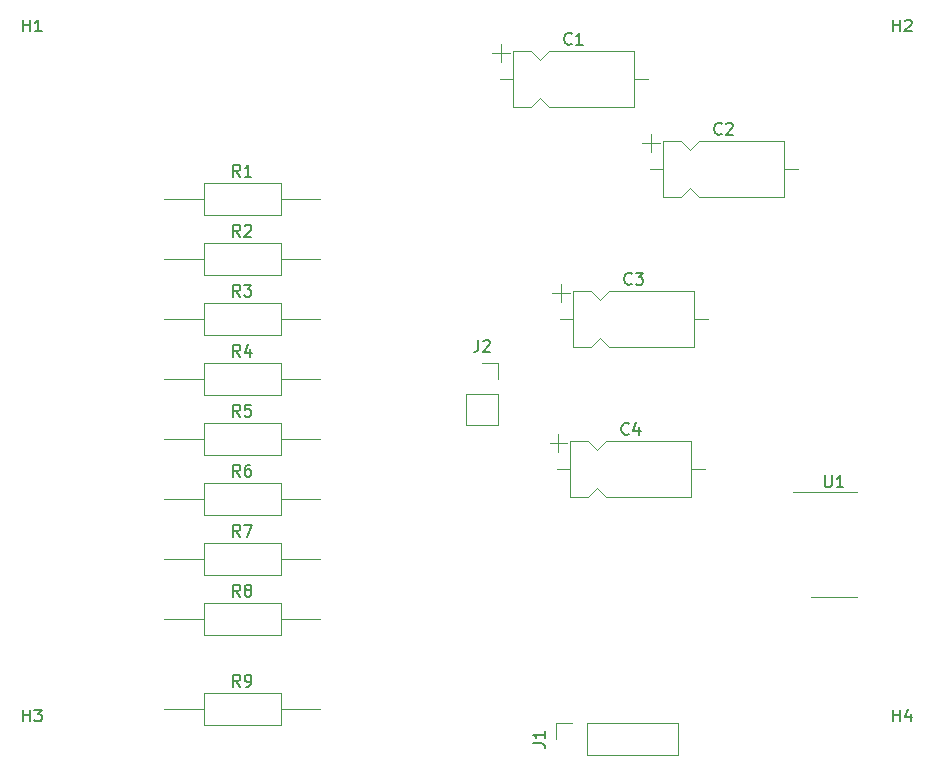
<source format=gbr>
%TF.GenerationSoftware,KiCad,Pcbnew,7.0.6*%
%TF.CreationDate,2023-07-25T19:52:03+05:30*%
%TF.ProjectId,class1_assignment,636c6173-7331-45f6-9173-7369676e6d65,rev?*%
%TF.SameCoordinates,Original*%
%TF.FileFunction,Legend,Top*%
%TF.FilePolarity,Positive*%
%FSLAX46Y46*%
G04 Gerber Fmt 4.6, Leading zero omitted, Abs format (unit mm)*
G04 Created by KiCad (PCBNEW 7.0.6) date 2023-07-25 19:52:03*
%MOMM*%
%LPD*%
G01*
G04 APERTURE LIST*
%ADD10C,0.150000*%
%ADD11C,0.120000*%
G04 APERTURE END LIST*
D10*
X176328095Y-107204819D02*
X176328095Y-108014342D01*
X176328095Y-108014342D02*
X176375714Y-108109580D01*
X176375714Y-108109580D02*
X176423333Y-108157200D01*
X176423333Y-108157200D02*
X176518571Y-108204819D01*
X176518571Y-108204819D02*
X176709047Y-108204819D01*
X176709047Y-108204819D02*
X176804285Y-108157200D01*
X176804285Y-108157200D02*
X176851904Y-108109580D01*
X176851904Y-108109580D02*
X176899523Y-108014342D01*
X176899523Y-108014342D02*
X176899523Y-107204819D01*
X177899523Y-108204819D02*
X177328095Y-108204819D01*
X177613809Y-108204819D02*
X177613809Y-107204819D01*
X177613809Y-107204819D02*
X177518571Y-107347676D01*
X177518571Y-107347676D02*
X177423333Y-107442914D01*
X177423333Y-107442914D02*
X177328095Y-107490533D01*
X146986666Y-95744819D02*
X146986666Y-96459104D01*
X146986666Y-96459104D02*
X146939047Y-96601961D01*
X146939047Y-96601961D02*
X146843809Y-96697200D01*
X146843809Y-96697200D02*
X146700952Y-96744819D01*
X146700952Y-96744819D02*
X146605714Y-96744819D01*
X147415238Y-95840057D02*
X147462857Y-95792438D01*
X147462857Y-95792438D02*
X147558095Y-95744819D01*
X147558095Y-95744819D02*
X147796190Y-95744819D01*
X147796190Y-95744819D02*
X147891428Y-95792438D01*
X147891428Y-95792438D02*
X147939047Y-95840057D01*
X147939047Y-95840057D02*
X147986666Y-95935295D01*
X147986666Y-95935295D02*
X147986666Y-96030533D01*
X147986666Y-96030533D02*
X147939047Y-96173390D01*
X147939047Y-96173390D02*
X147367619Y-96744819D01*
X147367619Y-96744819D02*
X147986666Y-96744819D01*
X126833333Y-125084819D02*
X126500000Y-124608628D01*
X126261905Y-125084819D02*
X126261905Y-124084819D01*
X126261905Y-124084819D02*
X126642857Y-124084819D01*
X126642857Y-124084819D02*
X126738095Y-124132438D01*
X126738095Y-124132438D02*
X126785714Y-124180057D01*
X126785714Y-124180057D02*
X126833333Y-124275295D01*
X126833333Y-124275295D02*
X126833333Y-124418152D01*
X126833333Y-124418152D02*
X126785714Y-124513390D01*
X126785714Y-124513390D02*
X126738095Y-124561009D01*
X126738095Y-124561009D02*
X126642857Y-124608628D01*
X126642857Y-124608628D02*
X126261905Y-124608628D01*
X127309524Y-125084819D02*
X127500000Y-125084819D01*
X127500000Y-125084819D02*
X127595238Y-125037200D01*
X127595238Y-125037200D02*
X127642857Y-124989580D01*
X127642857Y-124989580D02*
X127738095Y-124846723D01*
X127738095Y-124846723D02*
X127785714Y-124656247D01*
X127785714Y-124656247D02*
X127785714Y-124275295D01*
X127785714Y-124275295D02*
X127738095Y-124180057D01*
X127738095Y-124180057D02*
X127690476Y-124132438D01*
X127690476Y-124132438D02*
X127595238Y-124084819D01*
X127595238Y-124084819D02*
X127404762Y-124084819D01*
X127404762Y-124084819D02*
X127309524Y-124132438D01*
X127309524Y-124132438D02*
X127261905Y-124180057D01*
X127261905Y-124180057D02*
X127214286Y-124275295D01*
X127214286Y-124275295D02*
X127214286Y-124513390D01*
X127214286Y-124513390D02*
X127261905Y-124608628D01*
X127261905Y-124608628D02*
X127309524Y-124656247D01*
X127309524Y-124656247D02*
X127404762Y-124703866D01*
X127404762Y-124703866D02*
X127595238Y-124703866D01*
X127595238Y-124703866D02*
X127690476Y-124656247D01*
X127690476Y-124656247D02*
X127738095Y-124608628D01*
X127738095Y-124608628D02*
X127785714Y-124513390D01*
X126833333Y-117464819D02*
X126500000Y-116988628D01*
X126261905Y-117464819D02*
X126261905Y-116464819D01*
X126261905Y-116464819D02*
X126642857Y-116464819D01*
X126642857Y-116464819D02*
X126738095Y-116512438D01*
X126738095Y-116512438D02*
X126785714Y-116560057D01*
X126785714Y-116560057D02*
X126833333Y-116655295D01*
X126833333Y-116655295D02*
X126833333Y-116798152D01*
X126833333Y-116798152D02*
X126785714Y-116893390D01*
X126785714Y-116893390D02*
X126738095Y-116941009D01*
X126738095Y-116941009D02*
X126642857Y-116988628D01*
X126642857Y-116988628D02*
X126261905Y-116988628D01*
X127404762Y-116893390D02*
X127309524Y-116845771D01*
X127309524Y-116845771D02*
X127261905Y-116798152D01*
X127261905Y-116798152D02*
X127214286Y-116702914D01*
X127214286Y-116702914D02*
X127214286Y-116655295D01*
X127214286Y-116655295D02*
X127261905Y-116560057D01*
X127261905Y-116560057D02*
X127309524Y-116512438D01*
X127309524Y-116512438D02*
X127404762Y-116464819D01*
X127404762Y-116464819D02*
X127595238Y-116464819D01*
X127595238Y-116464819D02*
X127690476Y-116512438D01*
X127690476Y-116512438D02*
X127738095Y-116560057D01*
X127738095Y-116560057D02*
X127785714Y-116655295D01*
X127785714Y-116655295D02*
X127785714Y-116702914D01*
X127785714Y-116702914D02*
X127738095Y-116798152D01*
X127738095Y-116798152D02*
X127690476Y-116845771D01*
X127690476Y-116845771D02*
X127595238Y-116893390D01*
X127595238Y-116893390D02*
X127404762Y-116893390D01*
X127404762Y-116893390D02*
X127309524Y-116941009D01*
X127309524Y-116941009D02*
X127261905Y-116988628D01*
X127261905Y-116988628D02*
X127214286Y-117083866D01*
X127214286Y-117083866D02*
X127214286Y-117274342D01*
X127214286Y-117274342D02*
X127261905Y-117369580D01*
X127261905Y-117369580D02*
X127309524Y-117417200D01*
X127309524Y-117417200D02*
X127404762Y-117464819D01*
X127404762Y-117464819D02*
X127595238Y-117464819D01*
X127595238Y-117464819D02*
X127690476Y-117417200D01*
X127690476Y-117417200D02*
X127738095Y-117369580D01*
X127738095Y-117369580D02*
X127785714Y-117274342D01*
X127785714Y-117274342D02*
X127785714Y-117083866D01*
X127785714Y-117083866D02*
X127738095Y-116988628D01*
X127738095Y-116988628D02*
X127690476Y-116941009D01*
X127690476Y-116941009D02*
X127595238Y-116893390D01*
X126833333Y-107304819D02*
X126500000Y-106828628D01*
X126261905Y-107304819D02*
X126261905Y-106304819D01*
X126261905Y-106304819D02*
X126642857Y-106304819D01*
X126642857Y-106304819D02*
X126738095Y-106352438D01*
X126738095Y-106352438D02*
X126785714Y-106400057D01*
X126785714Y-106400057D02*
X126833333Y-106495295D01*
X126833333Y-106495295D02*
X126833333Y-106638152D01*
X126833333Y-106638152D02*
X126785714Y-106733390D01*
X126785714Y-106733390D02*
X126738095Y-106781009D01*
X126738095Y-106781009D02*
X126642857Y-106828628D01*
X126642857Y-106828628D02*
X126261905Y-106828628D01*
X127690476Y-106304819D02*
X127500000Y-106304819D01*
X127500000Y-106304819D02*
X127404762Y-106352438D01*
X127404762Y-106352438D02*
X127357143Y-106400057D01*
X127357143Y-106400057D02*
X127261905Y-106542914D01*
X127261905Y-106542914D02*
X127214286Y-106733390D01*
X127214286Y-106733390D02*
X127214286Y-107114342D01*
X127214286Y-107114342D02*
X127261905Y-107209580D01*
X127261905Y-107209580D02*
X127309524Y-107257200D01*
X127309524Y-107257200D02*
X127404762Y-107304819D01*
X127404762Y-107304819D02*
X127595238Y-107304819D01*
X127595238Y-107304819D02*
X127690476Y-107257200D01*
X127690476Y-107257200D02*
X127738095Y-107209580D01*
X127738095Y-107209580D02*
X127785714Y-107114342D01*
X127785714Y-107114342D02*
X127785714Y-106876247D01*
X127785714Y-106876247D02*
X127738095Y-106781009D01*
X127738095Y-106781009D02*
X127690476Y-106733390D01*
X127690476Y-106733390D02*
X127595238Y-106685771D01*
X127595238Y-106685771D02*
X127404762Y-106685771D01*
X127404762Y-106685771D02*
X127309524Y-106733390D01*
X127309524Y-106733390D02*
X127261905Y-106781009D01*
X127261905Y-106781009D02*
X127214286Y-106876247D01*
X126833333Y-97144819D02*
X126500000Y-96668628D01*
X126261905Y-97144819D02*
X126261905Y-96144819D01*
X126261905Y-96144819D02*
X126642857Y-96144819D01*
X126642857Y-96144819D02*
X126738095Y-96192438D01*
X126738095Y-96192438D02*
X126785714Y-96240057D01*
X126785714Y-96240057D02*
X126833333Y-96335295D01*
X126833333Y-96335295D02*
X126833333Y-96478152D01*
X126833333Y-96478152D02*
X126785714Y-96573390D01*
X126785714Y-96573390D02*
X126738095Y-96621009D01*
X126738095Y-96621009D02*
X126642857Y-96668628D01*
X126642857Y-96668628D02*
X126261905Y-96668628D01*
X127690476Y-96478152D02*
X127690476Y-97144819D01*
X127452381Y-96097200D02*
X127214286Y-96811485D01*
X127214286Y-96811485D02*
X127833333Y-96811485D01*
X108458095Y-128034819D02*
X108458095Y-127034819D01*
X108458095Y-127511009D02*
X109029523Y-127511009D01*
X109029523Y-128034819D02*
X109029523Y-127034819D01*
X109410476Y-127034819D02*
X110029523Y-127034819D01*
X110029523Y-127034819D02*
X109696190Y-127415771D01*
X109696190Y-127415771D02*
X109839047Y-127415771D01*
X109839047Y-127415771D02*
X109934285Y-127463390D01*
X109934285Y-127463390D02*
X109981904Y-127511009D01*
X109981904Y-127511009D02*
X110029523Y-127606247D01*
X110029523Y-127606247D02*
X110029523Y-127844342D01*
X110029523Y-127844342D02*
X109981904Y-127939580D01*
X109981904Y-127939580D02*
X109934285Y-127987200D01*
X109934285Y-127987200D02*
X109839047Y-128034819D01*
X109839047Y-128034819D02*
X109553333Y-128034819D01*
X109553333Y-128034819D02*
X109458095Y-127987200D01*
X109458095Y-127987200D02*
X109410476Y-127939580D01*
X126833333Y-92064819D02*
X126500000Y-91588628D01*
X126261905Y-92064819D02*
X126261905Y-91064819D01*
X126261905Y-91064819D02*
X126642857Y-91064819D01*
X126642857Y-91064819D02*
X126738095Y-91112438D01*
X126738095Y-91112438D02*
X126785714Y-91160057D01*
X126785714Y-91160057D02*
X126833333Y-91255295D01*
X126833333Y-91255295D02*
X126833333Y-91398152D01*
X126833333Y-91398152D02*
X126785714Y-91493390D01*
X126785714Y-91493390D02*
X126738095Y-91541009D01*
X126738095Y-91541009D02*
X126642857Y-91588628D01*
X126642857Y-91588628D02*
X126261905Y-91588628D01*
X127166667Y-91064819D02*
X127785714Y-91064819D01*
X127785714Y-91064819D02*
X127452381Y-91445771D01*
X127452381Y-91445771D02*
X127595238Y-91445771D01*
X127595238Y-91445771D02*
X127690476Y-91493390D01*
X127690476Y-91493390D02*
X127738095Y-91541009D01*
X127738095Y-91541009D02*
X127785714Y-91636247D01*
X127785714Y-91636247D02*
X127785714Y-91874342D01*
X127785714Y-91874342D02*
X127738095Y-91969580D01*
X127738095Y-91969580D02*
X127690476Y-92017200D01*
X127690476Y-92017200D02*
X127595238Y-92064819D01*
X127595238Y-92064819D02*
X127309524Y-92064819D01*
X127309524Y-92064819D02*
X127214286Y-92017200D01*
X127214286Y-92017200D02*
X127166667Y-91969580D01*
X126833333Y-102224819D02*
X126500000Y-101748628D01*
X126261905Y-102224819D02*
X126261905Y-101224819D01*
X126261905Y-101224819D02*
X126642857Y-101224819D01*
X126642857Y-101224819D02*
X126738095Y-101272438D01*
X126738095Y-101272438D02*
X126785714Y-101320057D01*
X126785714Y-101320057D02*
X126833333Y-101415295D01*
X126833333Y-101415295D02*
X126833333Y-101558152D01*
X126833333Y-101558152D02*
X126785714Y-101653390D01*
X126785714Y-101653390D02*
X126738095Y-101701009D01*
X126738095Y-101701009D02*
X126642857Y-101748628D01*
X126642857Y-101748628D02*
X126261905Y-101748628D01*
X127738095Y-101224819D02*
X127261905Y-101224819D01*
X127261905Y-101224819D02*
X127214286Y-101701009D01*
X127214286Y-101701009D02*
X127261905Y-101653390D01*
X127261905Y-101653390D02*
X127357143Y-101605771D01*
X127357143Y-101605771D02*
X127595238Y-101605771D01*
X127595238Y-101605771D02*
X127690476Y-101653390D01*
X127690476Y-101653390D02*
X127738095Y-101701009D01*
X127738095Y-101701009D02*
X127785714Y-101796247D01*
X127785714Y-101796247D02*
X127785714Y-102034342D01*
X127785714Y-102034342D02*
X127738095Y-102129580D01*
X127738095Y-102129580D02*
X127690476Y-102177200D01*
X127690476Y-102177200D02*
X127595238Y-102224819D01*
X127595238Y-102224819D02*
X127357143Y-102224819D01*
X127357143Y-102224819D02*
X127261905Y-102177200D01*
X127261905Y-102177200D02*
X127214286Y-102129580D01*
X126833333Y-112384819D02*
X126500000Y-111908628D01*
X126261905Y-112384819D02*
X126261905Y-111384819D01*
X126261905Y-111384819D02*
X126642857Y-111384819D01*
X126642857Y-111384819D02*
X126738095Y-111432438D01*
X126738095Y-111432438D02*
X126785714Y-111480057D01*
X126785714Y-111480057D02*
X126833333Y-111575295D01*
X126833333Y-111575295D02*
X126833333Y-111718152D01*
X126833333Y-111718152D02*
X126785714Y-111813390D01*
X126785714Y-111813390D02*
X126738095Y-111861009D01*
X126738095Y-111861009D02*
X126642857Y-111908628D01*
X126642857Y-111908628D02*
X126261905Y-111908628D01*
X127166667Y-111384819D02*
X127833333Y-111384819D01*
X127833333Y-111384819D02*
X127404762Y-112384819D01*
X108458095Y-69614819D02*
X108458095Y-68614819D01*
X108458095Y-69091009D02*
X109029523Y-69091009D01*
X109029523Y-69614819D02*
X109029523Y-68614819D01*
X110029523Y-69614819D02*
X109458095Y-69614819D01*
X109743809Y-69614819D02*
X109743809Y-68614819D01*
X109743809Y-68614819D02*
X109648571Y-68757676D01*
X109648571Y-68757676D02*
X109553333Y-68852914D01*
X109553333Y-68852914D02*
X109458095Y-68900533D01*
X126833333Y-86984819D02*
X126500000Y-86508628D01*
X126261905Y-86984819D02*
X126261905Y-85984819D01*
X126261905Y-85984819D02*
X126642857Y-85984819D01*
X126642857Y-85984819D02*
X126738095Y-86032438D01*
X126738095Y-86032438D02*
X126785714Y-86080057D01*
X126785714Y-86080057D02*
X126833333Y-86175295D01*
X126833333Y-86175295D02*
X126833333Y-86318152D01*
X126833333Y-86318152D02*
X126785714Y-86413390D01*
X126785714Y-86413390D02*
X126738095Y-86461009D01*
X126738095Y-86461009D02*
X126642857Y-86508628D01*
X126642857Y-86508628D02*
X126261905Y-86508628D01*
X127214286Y-86080057D02*
X127261905Y-86032438D01*
X127261905Y-86032438D02*
X127357143Y-85984819D01*
X127357143Y-85984819D02*
X127595238Y-85984819D01*
X127595238Y-85984819D02*
X127690476Y-86032438D01*
X127690476Y-86032438D02*
X127738095Y-86080057D01*
X127738095Y-86080057D02*
X127785714Y-86175295D01*
X127785714Y-86175295D02*
X127785714Y-86270533D01*
X127785714Y-86270533D02*
X127738095Y-86413390D01*
X127738095Y-86413390D02*
X127166667Y-86984819D01*
X127166667Y-86984819D02*
X127785714Y-86984819D01*
X159733333Y-103669580D02*
X159685714Y-103717200D01*
X159685714Y-103717200D02*
X159542857Y-103764819D01*
X159542857Y-103764819D02*
X159447619Y-103764819D01*
X159447619Y-103764819D02*
X159304762Y-103717200D01*
X159304762Y-103717200D02*
X159209524Y-103621961D01*
X159209524Y-103621961D02*
X159161905Y-103526723D01*
X159161905Y-103526723D02*
X159114286Y-103336247D01*
X159114286Y-103336247D02*
X159114286Y-103193390D01*
X159114286Y-103193390D02*
X159161905Y-103002914D01*
X159161905Y-103002914D02*
X159209524Y-102907676D01*
X159209524Y-102907676D02*
X159304762Y-102812438D01*
X159304762Y-102812438D02*
X159447619Y-102764819D01*
X159447619Y-102764819D02*
X159542857Y-102764819D01*
X159542857Y-102764819D02*
X159685714Y-102812438D01*
X159685714Y-102812438D02*
X159733333Y-102860057D01*
X160590476Y-103098152D02*
X160590476Y-103764819D01*
X160352381Y-102717200D02*
X160114286Y-103431485D01*
X160114286Y-103431485D02*
X160733333Y-103431485D01*
X154893333Y-70649580D02*
X154845714Y-70697200D01*
X154845714Y-70697200D02*
X154702857Y-70744819D01*
X154702857Y-70744819D02*
X154607619Y-70744819D01*
X154607619Y-70744819D02*
X154464762Y-70697200D01*
X154464762Y-70697200D02*
X154369524Y-70601961D01*
X154369524Y-70601961D02*
X154321905Y-70506723D01*
X154321905Y-70506723D02*
X154274286Y-70316247D01*
X154274286Y-70316247D02*
X154274286Y-70173390D01*
X154274286Y-70173390D02*
X154321905Y-69982914D01*
X154321905Y-69982914D02*
X154369524Y-69887676D01*
X154369524Y-69887676D02*
X154464762Y-69792438D01*
X154464762Y-69792438D02*
X154607619Y-69744819D01*
X154607619Y-69744819D02*
X154702857Y-69744819D01*
X154702857Y-69744819D02*
X154845714Y-69792438D01*
X154845714Y-69792438D02*
X154893333Y-69840057D01*
X155845714Y-70744819D02*
X155274286Y-70744819D01*
X155560000Y-70744819D02*
X155560000Y-69744819D01*
X155560000Y-69744819D02*
X155464762Y-69887676D01*
X155464762Y-69887676D02*
X155369524Y-69982914D01*
X155369524Y-69982914D02*
X155274286Y-70030533D01*
X159973333Y-90969580D02*
X159925714Y-91017200D01*
X159925714Y-91017200D02*
X159782857Y-91064819D01*
X159782857Y-91064819D02*
X159687619Y-91064819D01*
X159687619Y-91064819D02*
X159544762Y-91017200D01*
X159544762Y-91017200D02*
X159449524Y-90921961D01*
X159449524Y-90921961D02*
X159401905Y-90826723D01*
X159401905Y-90826723D02*
X159354286Y-90636247D01*
X159354286Y-90636247D02*
X159354286Y-90493390D01*
X159354286Y-90493390D02*
X159401905Y-90302914D01*
X159401905Y-90302914D02*
X159449524Y-90207676D01*
X159449524Y-90207676D02*
X159544762Y-90112438D01*
X159544762Y-90112438D02*
X159687619Y-90064819D01*
X159687619Y-90064819D02*
X159782857Y-90064819D01*
X159782857Y-90064819D02*
X159925714Y-90112438D01*
X159925714Y-90112438D02*
X159973333Y-90160057D01*
X160306667Y-90064819D02*
X160925714Y-90064819D01*
X160925714Y-90064819D02*
X160592381Y-90445771D01*
X160592381Y-90445771D02*
X160735238Y-90445771D01*
X160735238Y-90445771D02*
X160830476Y-90493390D01*
X160830476Y-90493390D02*
X160878095Y-90541009D01*
X160878095Y-90541009D02*
X160925714Y-90636247D01*
X160925714Y-90636247D02*
X160925714Y-90874342D01*
X160925714Y-90874342D02*
X160878095Y-90969580D01*
X160878095Y-90969580D02*
X160830476Y-91017200D01*
X160830476Y-91017200D02*
X160735238Y-91064819D01*
X160735238Y-91064819D02*
X160449524Y-91064819D01*
X160449524Y-91064819D02*
X160354286Y-91017200D01*
X160354286Y-91017200D02*
X160306667Y-90969580D01*
X167593333Y-78269580D02*
X167545714Y-78317200D01*
X167545714Y-78317200D02*
X167402857Y-78364819D01*
X167402857Y-78364819D02*
X167307619Y-78364819D01*
X167307619Y-78364819D02*
X167164762Y-78317200D01*
X167164762Y-78317200D02*
X167069524Y-78221961D01*
X167069524Y-78221961D02*
X167021905Y-78126723D01*
X167021905Y-78126723D02*
X166974286Y-77936247D01*
X166974286Y-77936247D02*
X166974286Y-77793390D01*
X166974286Y-77793390D02*
X167021905Y-77602914D01*
X167021905Y-77602914D02*
X167069524Y-77507676D01*
X167069524Y-77507676D02*
X167164762Y-77412438D01*
X167164762Y-77412438D02*
X167307619Y-77364819D01*
X167307619Y-77364819D02*
X167402857Y-77364819D01*
X167402857Y-77364819D02*
X167545714Y-77412438D01*
X167545714Y-77412438D02*
X167593333Y-77460057D01*
X167974286Y-77460057D02*
X168021905Y-77412438D01*
X168021905Y-77412438D02*
X168117143Y-77364819D01*
X168117143Y-77364819D02*
X168355238Y-77364819D01*
X168355238Y-77364819D02*
X168450476Y-77412438D01*
X168450476Y-77412438D02*
X168498095Y-77460057D01*
X168498095Y-77460057D02*
X168545714Y-77555295D01*
X168545714Y-77555295D02*
X168545714Y-77650533D01*
X168545714Y-77650533D02*
X168498095Y-77793390D01*
X168498095Y-77793390D02*
X167926667Y-78364819D01*
X167926667Y-78364819D02*
X168545714Y-78364819D01*
X151624819Y-129873333D02*
X152339104Y-129873333D01*
X152339104Y-129873333D02*
X152481961Y-129920952D01*
X152481961Y-129920952D02*
X152577200Y-130016190D01*
X152577200Y-130016190D02*
X152624819Y-130159047D01*
X152624819Y-130159047D02*
X152624819Y-130254285D01*
X152624819Y-128873333D02*
X152624819Y-129444761D01*
X152624819Y-129159047D02*
X151624819Y-129159047D01*
X151624819Y-129159047D02*
X151767676Y-129254285D01*
X151767676Y-129254285D02*
X151862914Y-129349523D01*
X151862914Y-129349523D02*
X151910533Y-129444761D01*
X126833333Y-81904819D02*
X126500000Y-81428628D01*
X126261905Y-81904819D02*
X126261905Y-80904819D01*
X126261905Y-80904819D02*
X126642857Y-80904819D01*
X126642857Y-80904819D02*
X126738095Y-80952438D01*
X126738095Y-80952438D02*
X126785714Y-81000057D01*
X126785714Y-81000057D02*
X126833333Y-81095295D01*
X126833333Y-81095295D02*
X126833333Y-81238152D01*
X126833333Y-81238152D02*
X126785714Y-81333390D01*
X126785714Y-81333390D02*
X126738095Y-81381009D01*
X126738095Y-81381009D02*
X126642857Y-81428628D01*
X126642857Y-81428628D02*
X126261905Y-81428628D01*
X127785714Y-81904819D02*
X127214286Y-81904819D01*
X127500000Y-81904819D02*
X127500000Y-80904819D01*
X127500000Y-80904819D02*
X127404762Y-81047676D01*
X127404762Y-81047676D02*
X127309524Y-81142914D01*
X127309524Y-81142914D02*
X127214286Y-81190533D01*
X182118095Y-128034819D02*
X182118095Y-127034819D01*
X182118095Y-127511009D02*
X182689523Y-127511009D01*
X182689523Y-128034819D02*
X182689523Y-127034819D01*
X183594285Y-127368152D02*
X183594285Y-128034819D01*
X183356190Y-126987200D02*
X183118095Y-127701485D01*
X183118095Y-127701485D02*
X183737142Y-127701485D01*
X182118095Y-69614819D02*
X182118095Y-68614819D01*
X182118095Y-69091009D02*
X182689523Y-69091009D01*
X182689523Y-69614819D02*
X182689523Y-68614819D01*
X183118095Y-68710057D02*
X183165714Y-68662438D01*
X183165714Y-68662438D02*
X183260952Y-68614819D01*
X183260952Y-68614819D02*
X183499047Y-68614819D01*
X183499047Y-68614819D02*
X183594285Y-68662438D01*
X183594285Y-68662438D02*
X183641904Y-68710057D01*
X183641904Y-68710057D02*
X183689523Y-68805295D01*
X183689523Y-68805295D02*
X183689523Y-68900533D01*
X183689523Y-68900533D02*
X183641904Y-69043390D01*
X183641904Y-69043390D02*
X183070476Y-69614819D01*
X183070476Y-69614819D02*
X183689523Y-69614819D01*
D11*
%TO.C,U1*%
X177090000Y-117465000D02*
X175140000Y-117465000D01*
X177090000Y-108595000D02*
X179040000Y-108595000D01*
X177090000Y-117465000D02*
X179040000Y-117465000D01*
X177090000Y-108595000D02*
X173640000Y-108595000D01*
%TO.C,J2*%
X145990000Y-100330000D02*
X145990000Y-102930000D01*
X148650000Y-100330000D02*
X148650000Y-102930000D01*
X145990000Y-100330000D02*
X148650000Y-100330000D01*
X147320000Y-97730000D02*
X148650000Y-97730000D01*
X148650000Y-97730000D02*
X148650000Y-99060000D01*
X145990000Y-102930000D02*
X148650000Y-102930000D01*
%TO.C,R9*%
X120420000Y-127000000D02*
X123730000Y-127000000D01*
X123730000Y-125630000D02*
X123730000Y-128370000D01*
X123730000Y-128370000D02*
X130270000Y-128370000D01*
X130270000Y-125630000D02*
X123730000Y-125630000D01*
X130270000Y-128370000D02*
X130270000Y-125630000D01*
X133580000Y-127000000D02*
X130270000Y-127000000D01*
%TO.C,R8*%
X120420000Y-119380000D02*
X123730000Y-119380000D01*
X123730000Y-118010000D02*
X123730000Y-120750000D01*
X123730000Y-120750000D02*
X130270000Y-120750000D01*
X130270000Y-118010000D02*
X123730000Y-118010000D01*
X130270000Y-120750000D02*
X130270000Y-118010000D01*
X133580000Y-119380000D02*
X130270000Y-119380000D01*
%TO.C,R6*%
X120420000Y-109220000D02*
X123730000Y-109220000D01*
X123730000Y-107850000D02*
X123730000Y-110590000D01*
X123730000Y-110590000D02*
X130270000Y-110590000D01*
X130270000Y-107850000D02*
X123730000Y-107850000D01*
X130270000Y-110590000D02*
X130270000Y-107850000D01*
X133580000Y-109220000D02*
X130270000Y-109220000D01*
%TO.C,R4*%
X120420000Y-99060000D02*
X123730000Y-99060000D01*
X123730000Y-97690000D02*
X123730000Y-100430000D01*
X123730000Y-100430000D02*
X130270000Y-100430000D01*
X130270000Y-97690000D02*
X123730000Y-97690000D01*
X130270000Y-100430000D02*
X130270000Y-97690000D01*
X133580000Y-99060000D02*
X130270000Y-99060000D01*
%TO.C,R3*%
X120420000Y-93980000D02*
X123730000Y-93980000D01*
X123730000Y-92610000D02*
X123730000Y-95350000D01*
X123730000Y-95350000D02*
X130270000Y-95350000D01*
X130270000Y-92610000D02*
X123730000Y-92610000D01*
X130270000Y-95350000D02*
X130270000Y-92610000D01*
X133580000Y-93980000D02*
X130270000Y-93980000D01*
%TO.C,R5*%
X120420000Y-104140000D02*
X123730000Y-104140000D01*
X123730000Y-102770000D02*
X123730000Y-105510000D01*
X123730000Y-105510000D02*
X130270000Y-105510000D01*
X130270000Y-102770000D02*
X123730000Y-102770000D01*
X130270000Y-105510000D02*
X130270000Y-102770000D01*
X133580000Y-104140000D02*
X130270000Y-104140000D01*
%TO.C,R7*%
X120420000Y-114300000D02*
X123730000Y-114300000D01*
X123730000Y-112930000D02*
X123730000Y-115670000D01*
X123730000Y-115670000D02*
X130270000Y-115670000D01*
X130270000Y-112930000D02*
X123730000Y-112930000D01*
X130270000Y-115670000D02*
X130270000Y-112930000D01*
X133580000Y-114300000D02*
X130270000Y-114300000D01*
%TO.C,R2*%
X120420000Y-88900000D02*
X123730000Y-88900000D01*
X123730000Y-87530000D02*
X123730000Y-90270000D01*
X123730000Y-90270000D02*
X130270000Y-90270000D01*
X130270000Y-87530000D02*
X123730000Y-87530000D01*
X130270000Y-90270000D02*
X130270000Y-87530000D01*
X133580000Y-88900000D02*
X130270000Y-88900000D01*
%TO.C,C4*%
X153030000Y-104480000D02*
X154530000Y-104480000D01*
X153640000Y-106680000D02*
X154780000Y-106680000D01*
X153780000Y-103730000D02*
X153780000Y-105230000D01*
X154780000Y-104310000D02*
X154780000Y-109050000D01*
X154780000Y-104310000D02*
X156280000Y-104310000D01*
X154780000Y-109050000D02*
X156280000Y-109050000D01*
X156280000Y-104310000D02*
X157030000Y-105060000D01*
X156280000Y-109050000D02*
X157030000Y-108300000D01*
X157030000Y-105060000D02*
X157780000Y-104310000D01*
X157030000Y-108300000D02*
X157780000Y-109050000D01*
X157780000Y-104310000D02*
X165020000Y-104310000D01*
X157780000Y-109050000D02*
X165020000Y-109050000D01*
X165020000Y-104310000D02*
X165020000Y-109050000D01*
X166160000Y-106680000D02*
X165020000Y-106680000D01*
%TO.C,C1*%
X148190000Y-71460000D02*
X149690000Y-71460000D01*
X148800000Y-73660000D02*
X149940000Y-73660000D01*
X148940000Y-70710000D02*
X148940000Y-72210000D01*
X149940000Y-71290000D02*
X149940000Y-76030000D01*
X149940000Y-71290000D02*
X151440000Y-71290000D01*
X149940000Y-76030000D02*
X151440000Y-76030000D01*
X151440000Y-71290000D02*
X152190000Y-72040000D01*
X151440000Y-76030000D02*
X152190000Y-75280000D01*
X152190000Y-72040000D02*
X152940000Y-71290000D01*
X152190000Y-75280000D02*
X152940000Y-76030000D01*
X152940000Y-71290000D02*
X160180000Y-71290000D01*
X152940000Y-76030000D02*
X160180000Y-76030000D01*
X160180000Y-71290000D02*
X160180000Y-76030000D01*
X161320000Y-73660000D02*
X160180000Y-73660000D01*
%TO.C,C3*%
X153270000Y-91780000D02*
X154770000Y-91780000D01*
X153880000Y-93980000D02*
X155020000Y-93980000D01*
X154020000Y-91030000D02*
X154020000Y-92530000D01*
X155020000Y-91610000D02*
X155020000Y-96350000D01*
X155020000Y-91610000D02*
X156520000Y-91610000D01*
X155020000Y-96350000D02*
X156520000Y-96350000D01*
X156520000Y-91610000D02*
X157270000Y-92360000D01*
X156520000Y-96350000D02*
X157270000Y-95600000D01*
X157270000Y-92360000D02*
X158020000Y-91610000D01*
X157270000Y-95600000D02*
X158020000Y-96350000D01*
X158020000Y-91610000D02*
X165260000Y-91610000D01*
X158020000Y-96350000D02*
X165260000Y-96350000D01*
X165260000Y-91610000D02*
X165260000Y-96350000D01*
X166400000Y-93980000D02*
X165260000Y-93980000D01*
%TO.C,C2*%
X160890000Y-79080000D02*
X162390000Y-79080000D01*
X161500000Y-81280000D02*
X162640000Y-81280000D01*
X161640000Y-78330000D02*
X161640000Y-79830000D01*
X162640000Y-78910000D02*
X162640000Y-83650000D01*
X162640000Y-78910000D02*
X164140000Y-78910000D01*
X162640000Y-83650000D02*
X164140000Y-83650000D01*
X164140000Y-78910000D02*
X164890000Y-79660000D01*
X164140000Y-83650000D02*
X164890000Y-82900000D01*
X164890000Y-79660000D02*
X165640000Y-78910000D01*
X164890000Y-82900000D02*
X165640000Y-83650000D01*
X165640000Y-78910000D02*
X172880000Y-78910000D01*
X165640000Y-83650000D02*
X172880000Y-83650000D01*
X172880000Y-78910000D02*
X172880000Y-83650000D01*
X174020000Y-81280000D02*
X172880000Y-81280000D01*
%TO.C,J1*%
X156210000Y-130870000D02*
X163890000Y-130870000D01*
X156210000Y-130870000D02*
X156210000Y-128210000D01*
X163890000Y-130870000D02*
X163890000Y-128210000D01*
X153610000Y-129540000D02*
X153610000Y-128210000D01*
X153610000Y-128210000D02*
X154940000Y-128210000D01*
X156210000Y-128210000D02*
X163890000Y-128210000D01*
%TO.C,R1*%
X120420000Y-83820000D02*
X123730000Y-83820000D01*
X123730000Y-82450000D02*
X123730000Y-85190000D01*
X123730000Y-85190000D02*
X130270000Y-85190000D01*
X130270000Y-82450000D02*
X123730000Y-82450000D01*
X130270000Y-85190000D02*
X130270000Y-82450000D01*
X133580000Y-83820000D02*
X130270000Y-83820000D01*
%TD*%
M02*

</source>
